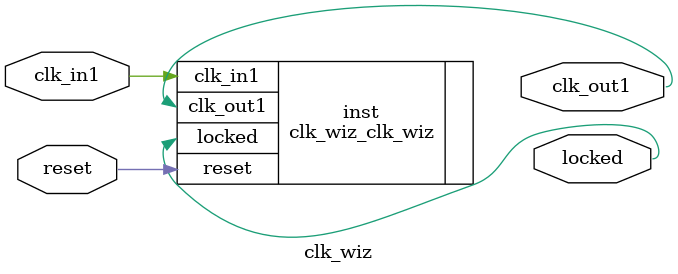
<source format=v>


`timescale 1ps/1ps

(* CORE_GENERATION_INFO = "clk_wiz,clk_wiz_v6_0_2_0_0,{component_name=clk_wiz,use_phase_alignment=true,use_min_o_jitter=false,use_max_i_jitter=false,use_dyn_phase_shift=false,use_inclk_switchover=false,use_dyn_reconfig=false,enable_axi=0,feedback_source=FDBK_AUTO,PRIMITIVE=MMCM,num_out_clk=1,clkin1_period=20.000,clkin2_period=10.0,use_power_down=false,use_reset=true,use_locked=true,use_inclk_stopped=false,feedback_type=SINGLE,CLOCK_MGR_TYPE=NA,manual_override=false}" *)

module clk_wiz 
 (
  // Clock out ports
  output        clk_out1,
  // Status and control signals
  input         reset,
  output        locked,
 // Clock in ports
  input         clk_in1
 );

  clk_wiz_clk_wiz inst
  (
  // Clock out ports  
  .clk_out1(clk_out1),
  // Status and control signals               
  .reset(reset), 
  .locked(locked),
 // Clock in ports
  .clk_in1(clk_in1)
  );

endmodule

</source>
